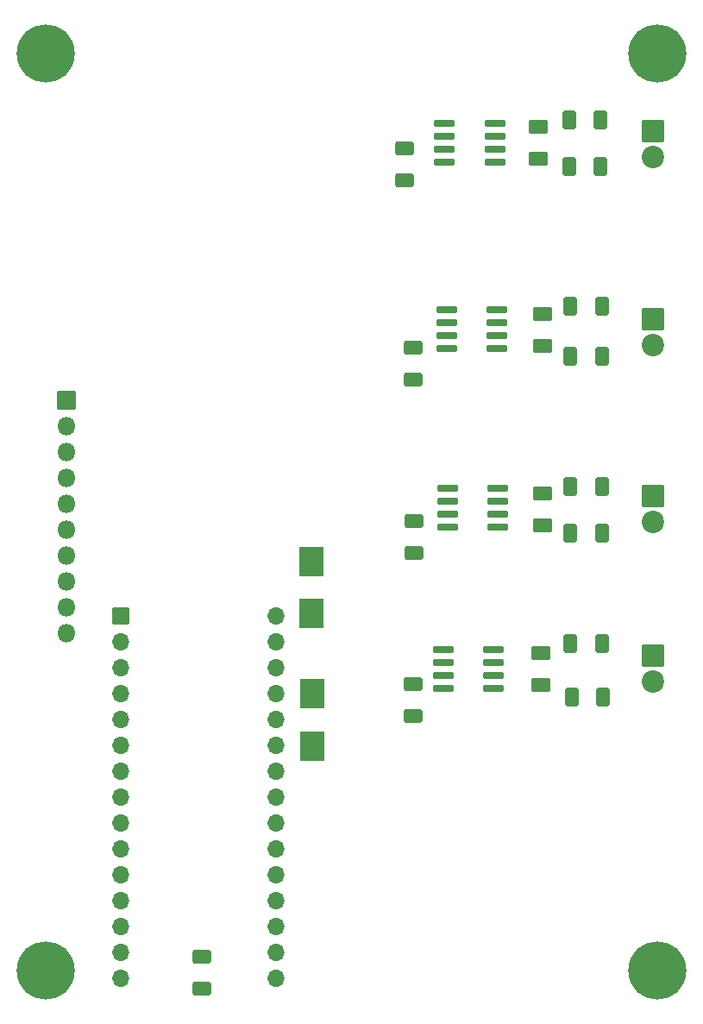
<source format=gbr>
%TF.GenerationSoftware,KiCad,Pcbnew,(6.0.4)*%
%TF.CreationDate,2023-07-24T13:38:07-04:00*%
%TF.ProjectId,BREAD_Slice,42524541-445f-4536-9c69-63652e6b6963,rev?*%
%TF.SameCoordinates,Original*%
%TF.FileFunction,Soldermask,Bot*%
%TF.FilePolarity,Negative*%
%FSLAX46Y46*%
G04 Gerber Fmt 4.6, Leading zero omitted, Abs format (unit mm)*
G04 Created by KiCad (PCBNEW (6.0.4)) date 2023-07-24 13:38:07*
%MOMM*%
%LPD*%
G01*
G04 APERTURE LIST*
G04 Aperture macros list*
%AMRoundRect*
0 Rectangle with rounded corners*
0 $1 Rounding radius*
0 $2 $3 $4 $5 $6 $7 $8 $9 X,Y pos of 4 corners*
0 Add a 4 corners polygon primitive as box body*
4,1,4,$2,$3,$4,$5,$6,$7,$8,$9,$2,$3,0*
0 Add four circle primitives for the rounded corners*
1,1,$1+$1,$2,$3*
1,1,$1+$1,$4,$5*
1,1,$1+$1,$6,$7*
1,1,$1+$1,$8,$9*
0 Add four rect primitives between the rounded corners*
20,1,$1+$1,$2,$3,$4,$5,0*
20,1,$1+$1,$4,$5,$6,$7,0*
20,1,$1+$1,$6,$7,$8,$9,0*
20,1,$1+$1,$8,$9,$2,$3,0*%
G04 Aperture macros list end*
%ADD10C,5.700000*%
%ADD11RoundRect,0.050000X-0.800000X-0.800000X0.800000X-0.800000X0.800000X0.800000X-0.800000X0.800000X0*%
%ADD12O,1.700000X1.700000*%
%ADD13RoundRect,0.050000X-0.850000X-0.850000X0.850000X-0.850000X0.850000X0.850000X-0.850000X0.850000X0*%
%ADD14O,1.800000X1.800000*%
%ADD15RoundRect,0.050000X-1.050000X1.050000X-1.050000X-1.050000X1.050000X-1.050000X1.050000X1.050000X0*%
%ADD16C,2.200000*%
%ADD17RoundRect,0.050000X1.175000X-1.385000X1.175000X1.385000X-1.175000X1.385000X-1.175000X-1.385000X0*%
%ADD18RoundRect,0.050000X-1.175000X1.385000X-1.175000X-1.385000X1.175000X-1.385000X1.175000X1.385000X0*%
%ADD19RoundRect,0.299998X0.650002X-0.412502X0.650002X0.412502X-0.650002X0.412502X-0.650002X-0.412502X0*%
%ADD20RoundRect,0.299999X0.400001X0.625001X-0.400001X0.625001X-0.400001X-0.625001X0.400001X-0.625001X0*%
%ADD21RoundRect,0.200000X0.825000X0.150000X-0.825000X0.150000X-0.825000X-0.150000X0.825000X-0.150000X0*%
%ADD22RoundRect,0.299999X0.625001X-0.400001X0.625001X0.400001X-0.625001X0.400001X-0.625001X-0.400001X0*%
%ADD23RoundRect,0.299999X-0.625001X0.400001X-0.625001X-0.400001X0.625001X-0.400001X0.625001X0.400001X0*%
G04 APERTURE END LIST*
D10*
%TO.C,H1*%
X127600000Y-44800000D03*
%TD*%
%TO.C,H2*%
X187600000Y-44800000D03*
%TD*%
%TO.C,H3*%
X127600000Y-134800000D03*
%TD*%
%TO.C,H4*%
X187600000Y-134800000D03*
%TD*%
D11*
%TO.C,A1*%
X135000000Y-100000000D03*
D12*
X135000000Y-102540000D03*
X135000000Y-105080000D03*
X135000000Y-107620000D03*
X135000000Y-110160000D03*
X135000000Y-112700000D03*
X135000000Y-115240000D03*
X135000000Y-117780000D03*
X135000000Y-120320000D03*
X135000000Y-122860000D03*
X135000000Y-125400000D03*
X135000000Y-127940000D03*
X135000000Y-130480000D03*
X135000000Y-133020000D03*
X135000000Y-135560000D03*
X150240000Y-135560000D03*
X150240000Y-133020000D03*
X150240000Y-130480000D03*
X150240000Y-127940000D03*
X150240000Y-125400000D03*
X150240000Y-122860000D03*
X150240000Y-120320000D03*
X150240000Y-117780000D03*
X150240000Y-115240000D03*
X150240000Y-112700000D03*
X150240000Y-110160000D03*
X150240000Y-107620000D03*
X150240000Y-105080000D03*
X150240000Y-102540000D03*
X150240000Y-100000000D03*
%TD*%
D13*
%TO.C,J1*%
X129600000Y-78800000D03*
D14*
X129600000Y-81340000D03*
X129600000Y-83880000D03*
X129600000Y-86420000D03*
X129600000Y-88960000D03*
X129600000Y-91500000D03*
X129600000Y-94040000D03*
X129600000Y-96580000D03*
X129600000Y-99120000D03*
X129600000Y-101660000D03*
%TD*%
D15*
%TO.C,J2*%
X187179500Y-52424000D03*
D16*
X187179500Y-54964000D03*
%TD*%
D15*
%TO.C,J3*%
X187179500Y-88238000D03*
D16*
X187179500Y-90778000D03*
%TD*%
D15*
%TO.C,J4*%
X187179500Y-70839000D03*
D16*
X187179500Y-73379000D03*
%TD*%
D15*
%TO.C,J5*%
X187179500Y-103922500D03*
D16*
X187179500Y-106462500D03*
%TD*%
D17*
%TO.C,C1*%
X153651500Y-99761500D03*
X153651500Y-94621500D03*
%TD*%
D18*
%TO.C,C2*%
X153778500Y-107639000D03*
X153778500Y-112779000D03*
%TD*%
D19*
%TO.C,C3*%
X175940000Y-55129500D03*
X175940000Y-52004500D03*
%TD*%
%TO.C,C4*%
X176384500Y-91134000D03*
X176384500Y-88009000D03*
%TD*%
%TO.C,C5*%
X176321000Y-73481000D03*
X176321000Y-70356000D03*
%TD*%
%TO.C,C6*%
X176194000Y-106755000D03*
X176194000Y-103630000D03*
%TD*%
D20*
%TO.C,FB1*%
X182062000Y-55916500D03*
X178962000Y-55916500D03*
%TD*%
%TO.C,FB2*%
X182062000Y-51344500D03*
X178962000Y-51344500D03*
%TD*%
%TO.C,FB3*%
X182189000Y-91857500D03*
X179089000Y-91857500D03*
%TD*%
%TO.C,FB4*%
X182189000Y-87285500D03*
X179089000Y-87285500D03*
%TD*%
%TO.C,FB5*%
X182189000Y-74522000D03*
X179089000Y-74522000D03*
%TD*%
%TO.C,FB6*%
X182189000Y-69569000D03*
X179089000Y-69569000D03*
%TD*%
%TO.C,FB7*%
X182316000Y-107923000D03*
X179216000Y-107923000D03*
%TD*%
%TO.C,FB8*%
X182189000Y-102716000D03*
X179089000Y-102716000D03*
%TD*%
D21*
%TO.C,U1*%
X171684000Y-51662000D03*
X171684000Y-52932000D03*
X171684000Y-54202000D03*
X171684000Y-55472000D03*
X166734000Y-55472000D03*
X166734000Y-54202000D03*
X166734000Y-52932000D03*
X166734000Y-51662000D03*
%TD*%
%TO.C,U2*%
X172001500Y-87476000D03*
X172001500Y-88746000D03*
X172001500Y-90016000D03*
X172001500Y-91286000D03*
X167051500Y-91286000D03*
X167051500Y-90016000D03*
X167051500Y-88746000D03*
X167051500Y-87476000D03*
%TD*%
%TO.C,U3*%
X171874500Y-69950000D03*
X171874500Y-71220000D03*
X171874500Y-72490000D03*
X171874500Y-73760000D03*
X166924500Y-73760000D03*
X166924500Y-72490000D03*
X166924500Y-71220000D03*
X166924500Y-69950000D03*
%TD*%
%TO.C,U4*%
X171557000Y-103287500D03*
X171557000Y-104557500D03*
X171557000Y-105827500D03*
X171557000Y-107097500D03*
X166607000Y-107097500D03*
X166607000Y-105827500D03*
X166607000Y-104557500D03*
X166607000Y-103287500D03*
%TD*%
D22*
%TO.C,R1*%
X142920000Y-136550000D03*
X142920000Y-133450000D03*
%TD*%
D23*
%TO.C,R2*%
X162795500Y-54112500D03*
X162795500Y-57212500D03*
%TD*%
%TO.C,R3*%
X163748000Y-90688500D03*
X163748000Y-93788500D03*
%TD*%
%TO.C,R4*%
X163621000Y-73670500D03*
X163621000Y-76770500D03*
%TD*%
%TO.C,R5*%
X163684500Y-106690500D03*
X163684500Y-109790500D03*
%TD*%
M02*

</source>
